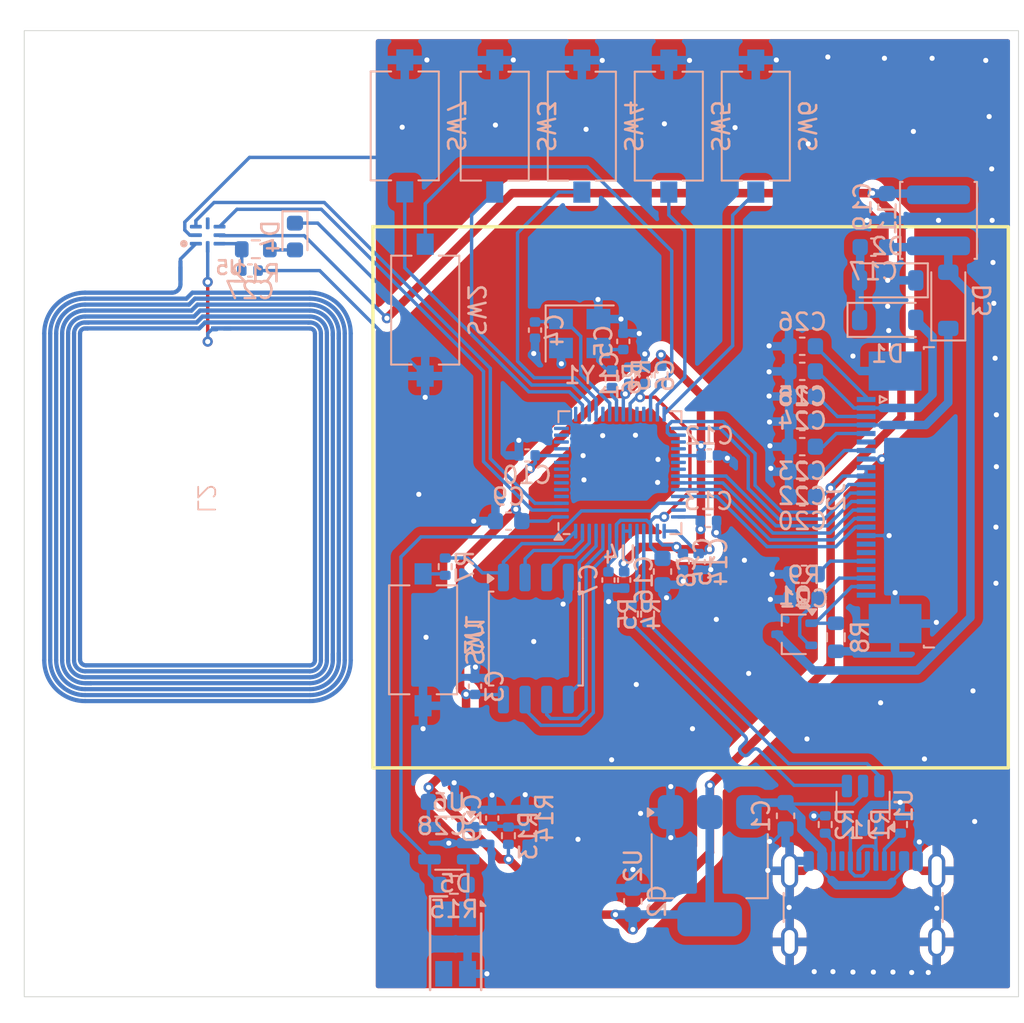
<source format=kicad_pcb>
(kicad_pcb (version 20241229) (generator "pcbnew") (generator_version "9.0")
  (layers (0 "F.Cu" signal) (2 "B.Cu" signal) (13 "F.Paste" user) (15 "B.Paste" user) (5 "F.SilkS" user "F.Silkscreen") (7 "B.SilkS" user "B.Silkscreen") (1 "F.Mask" user) (3 "B.Mask" user) (25 "Edge.Cuts" user))
  (net 0 "")
  (net 1 "Earth")
  (net 2 "VBUS")
  (net 3 "+3.3V")
  (net 4 "/RP_XIN")
  (net 5 "Net-(C5-Pad2)")
  (net 6 "+1V1")
  (net 7 "Net-(D1-K)")
  (net 8 "Net-(D3-A)")
  (net 9 "/DISP_PREVGH")
  (net 10 "Net-(J2-Pin_20)")
  (net 11 "Net-(J2-Pin_7)")
  (net 12 "Net-(J2-Pin_5)")
  (net 13 "Net-(J2-Pin_3)")
  (net 14 "/DISP_PREVGL")
  (net 15 "Net-(J2-Pin_1)")
  (net 16 "Net-(U5-VOUT)")
  (net 17 "Net-(U6-+)")
  (net 18 "Net-(D4-A)")
  (net 19 "Net-(D5-K)")
  (net 20 "Net-(J1-CC2)")
  (net 23 "Net-(J1-D+-PadA6)")
  (net 24 "Net-(J1-CC1)")
  (net 25 "Net-(J1-D--PadA7)")
  (net 27 "/DISP_GDR")
  (net 28 "/DISP_RESE")
  (net 29 "/DISP_BUSY")
  (net 32 "/DISP_DC")
  (net 33 "/SPI_CLK")
  (net 36 "/SPI_MOSI")
  (net 37 "/DISP_RST")
  (net 38 "/DISP_CS")
  (net 39 "/RP_RUN")
  (net 40 "Net-(U4-USB_DP)")
  (net 41 "/USB_D+")
  (net 42 "Net-(U4-USB_DM)")
  (net 43 "/USB_D-")
  (net 44 "/RP_XOUT")
  (net 45 "Net-(R7-Pad1)")
  (net 46 "/QSPI_SS")
  (net 47 "/GPIO28_ADC2_LDR")
  (net 48 "/GPIO14")
  (net 49 "/GPIO15")
  (net 50 "/GPIO16")
  (net 51 "/GPIO17")
  (net 52 "/GPIO13")
  (net 53 "/QSPI_SD3")
  (net 54 "/QSPI_SD0")
  (net 55 "/QSPI_SD1")
  (net 56 "/QSPI_SD2")
  (net 57 "/QSPI_SCLK")
  (net 58 "/GPIO12")
  (net 59 "/GPIO22")
  (net 60 "/GPIO4")
  (net 62 "/GPIO3")
  (net 63 "/GPIO8")
  (net 64 "/GPIO5")
  (net 65 "/I2C_SDA")
  (net 66 "/GPIO10")
  (net 67 "/GPIO11")
  (net 68 "/GPIO20")
  (net 69 "/GPIO9")
  (net 70 "/GPIO7")
  (net 71 "/GPIO2")
  (net 72 "/GPIO29_ADC3")
  (net 73 "/GPIO21")
  (net 74 "/GPIO6")
  (net 77 "/GPIO23")
  (net 78 "/I2C_SCL")
  (net 79 "Net-(U5-LA)")
  (net 81 "Net-(U5-LB)")
  (footprint "footprints:NT3H2111W0FHKH" (layer "B.Cu") (at 142.1 64.445)
    (property "Reference" "U5")
    (property "Value" "NT3H2111-2211")
  )
  (footprint "Button_Switch_SMD:SW_Tactile_SPST_NO_Straight_CK_PTS636Sx25SMTRLFS" (layer "B.Cu") (at 153.675 58.025 90)
    (property "Reference" "SW7")
    (property "Value" "LIGHTPROG")
  )
  (footprint "Capacitor_SMD:C_0603_1608Metric" (layer "B.Cu") (at 177.025 79.825)
    (property "Reference" "C20")
    (property "Value" "1uF")
  )
  (footprint "Diode_SMD:D_SOD-123" (layer "B.Cu") (at 185.6 68.275 90)
    (property "Reference" "D3")
    (property "Value" "MBR0530")
  )
  (footprint "Package_TO_SOT_SMD:SOT-23-5" (layer "B.Cu") (at 156.2625 100.175 180)
    (property "Reference" "U6")
    (property "Value" "LMV321")
  )
  (footprint "Capacitor_SMD:C_0603_1608Metric" (layer "B.Cu") (at 168.8125 84.2125 90)
    (property "Reference" "C8")
    (property "Value" "1uF")
  )
  (footprint "Capacitor_SMD:C_0402_1005Metric" (layer "B.Cu") (at 160.8575 77.3875)
    (property "Reference" "C10")
    (property "Value" "100nF")
  )
  (footprint "OptoDevice:Kingbright_KPS-3227" (layer "B.Cu") (at 156.6625 106.1 180)
    (property "Reference" "D5")
    (property "Value" "D_Photo")
  )
  (footprint "Button_Switch_SMD:SW_Tactile_SPST_NO_Straight_CK_PTS636Sx25SMTRLFS" (layer "B.Cu") (at 174.292694 58.038136 90)
    (property "Reference" "SW6")
    (property "Value" "User4")
  )
  (footprint "Capacitor_SMD:C_0402_1005Metric" (layer "B.Cu") (at 171.5625 77.3875 180)
    (property "Reference" "C12")
    (property "Value" "100nF")
  )
  (footprint "Capacitor_SMD:C_0402_1005Metric" (layer "B.Cu") (at 170.0125 83.6375 90)
    (property "Reference" "C15")
    (property "Value" "100nF")
  )
  (footprint "Capacitor_SMD:C_0603_1608Metric" (layer "B.Cu") (at 177.0207 75.39833 180)
    (property "Reference" "C18")
    (property "Value" "1uF")
  )
  (footprint "Capacitor_SMD:C_0603_1608Metric" (layer "B.Cu") (at 181.2 65.15)
    (property "Reference" "C17")
    (property "Value" "4.7uF")
  )
  (footprint "Crystal:Crystal_SMD_3225-4Pin_3.2x2.5mm" (layer "B.Cu") (at 163.95 70.225)
    (property "Reference" "Y1")
    (property "Value" "12MHz")
  )
  (footprint "Package_SO:SOIC-8_5.3x5.3mm_P1.27mm" (layer "B.Cu") (at 161.375 88.15 -90)
    (property "Reference" "U3")
    (property "Value" "W25Q32JVSS")
  )
  (footprint "Capacitor_SMD:C_0402_1005Metric" (layer "B.Cu") (at 158.8125 98.705 -90)
    (property "Reference" "C29")
    (property "Value" "100nF")
  )
  (footprint "Diode_SMD:D_SOD-123" (layer "B.Cu") (at 182.040549 67.099625 180)
    (property "Reference" "D2")
    (property "Value" "MBR0530")
  )
  (footprint "Resistor_SMD:R_0402_1005Metric" (layer "B.Cu") (at 165.85 72.875 90)
    (property "Reference" "R6")
    (property "Value" "1kR")
  )
  (footprint "Resistor_SMD:R_0603_1608Metric" (layer "B.Cu") (at 156.5625 102.625)
    (property "Reference" "R15")
    (property "Value" "220kR")
  )
  (footprint "Capacitor_SMD:C_0603_1608Metric" (layer "B.Cu") (at 159.775 81.25 180)
    (property "Reference" "C9")
    (property "Value" "1uF")
  )
  (footprint "Package_TO_SOT_SMD:SOT-323_SC-70" (layer "B.Cu") (at 176.55 87.9 180)
    (property "Reference" "Q1")
    (property "Value" "Si1308EDL")
  )
  (footprint "Resistor_SMD:R_0402_1005Metric" (layer "B.Cu") (at 168.734657 72.659396 -90)
    (property "Reference" "R3")
    (property "Value" "10kR")
  )
  (footprint "Capacitor_SMD:C_0603_1608Metric" (layer "B.Cu") (at 177.125 84.375)
    (property "Reference" "C21")
    (property "Value" "1uF")
  )
  (footprint "Package_TO_SOT_SMD:SOT-223-3_TabPin2" (layer "B.Cu") (at 171.5875 101.498511 -90)
    (property "Reference" "U2")
    (property "Value" "AMS1117-3.3")
  )
  (footprint "Capacitor_SMD:C_0603_1608Metric" (layer "B.Cu") (at 182 62.775 -90)
    (property "Reference" "C19")
    (property "Value" "4.7uF")
  )
  (footprint "Resistor_SMD:R_0402_1005Metric" (layer "B.Cu") (at 182.795 99.078511 -90)
    (property "Reference" "R1")
    (property "Value" "5.1kR")
  )
  (footprint "Capacitor_SMD:C_0603_1608Metric" (layer "B.Cu") (at 177.0207 73.92333)
    (property "Reference" "C24")
    (property "Value" "1uF")
  )
  (footprint "Connector_FFC-FPC:TE_2-1734839-4_1x24-1MP_P0.5mm_Horizontal" (layer "B.Cu") (at 182.125 79.85 -90)
    (property "Reference" "J2")
    (property "Value" "E-Ink")
  )
  (footprint "Capacitor_SMD:C_0402_1005Metric" (layer "B.Cu") (at 166.5625 84.7125 90)
    (property "Reference" "C16")
    (property "Value" "100nF")
  )
  (footprint "Resistor_SMD:R_0402_1005Metric" (layer "B.Cu") (at 166.9875 86.7125 90)
    (property "Reference" "R4")
    (property "Value" "27.4R")
  )
  (footprint "Resistor_SMD:R_0603_1608Metric" (layer "B.Cu") (at 144.925 65.275)
    (property "Reference" "R12")
    (property "Value" "47R")
  )
  (footprint "Inductor_SMD:L_APV_ANR4018" (layer "B.Cu") (at 185.025 63.575 -90)
    (property "Reference" "L1")
    (property "Value" "10uH")
  )
  (footprint "Capacitor_SMD:C_0402_1005Metric" (layer "B.Cu") (at 165.6375 84.7125 -90)
    (property "Reference" "C7")
    (property "Value" "100nF")
  )
  (footprint "Button_Switch_SMD:SW_Tactile_SPST_NO_Straight_CK_PTS636Sx25SMTRLFS" (layer "B.Cu") (at 158.959361 58.038136 90)
    (property "Reference" "SW3")
    (property "Value" "User1")
  )
  (footprint "Capacitor_SMD:C_0402_1005Metric" (layer "B.Cu") (at 144.58 66.525)
    (property "Reference" "C27")
    (property "Value" "220nF")
  )
  (footprint "Button_Switch_SMD:SW_Tactile_SPST_NO_Straight_CK_PTS636Sx25SMTRLFS" (layer "B.Cu") (at 164.076027 58.038136 90)
    (property "Reference" "SW4")
    (property "Value" "User2")
  )
  (footprint "Connector_USB:USB_C_Receptacle_GCT_USB4105-xx-A_16P_TopMnt_Horizontal" (layer "B.Cu") (at 180.6 104.903511 180)
    (property "Reference" "J1")
    (property "Value" "GCT4105")
  )
  (footprint "Resistor_SMD:R_0402_1005Metric" (layer "B.Cu") (at 159.7625 99.735 90)
    (property "Reference" "R13")
    (property "Value" "10kR")
  )
  (footprint "Capacitor_SMD:C_0402_1005Metric" (layer "B.Cu") (at 166.5125 70.6875 -90)
    (property "Reference" "C5")
    (property "Value" "12pF")
  )
  (footprint "Resistor_SMD:R_0402_1005Metric" (layer "B.Cu") (at 160.7125 98.685 90)
    (property "Reference" "R14")
    (property "Value" "10kR")
  )
  (footprint "Capacitor_SMD:C_0603_1608Metric" (layer "B.Cu") (at 177.0207 70.97333 180)
    (property "Reference" "C26")
    (property "Value" "1uF")
  )
  (footprint "Capacitor_SMD:C_0402_1005Metric" (layer "B.Cu") (at 166.859657 72.679396 -90)
    (property "Reference" "C11")
    (property "Value" "100nF")
  )
  (footprint "Capacitor_SMD:C_0402_1005Metric" (layer "B.Cu") (at 171.5125 81.2375 180)
    (property "Reference" "C13")
    (property "Value" "100nF")
  )
  (footprint "Resistor_SMD:R_0603_1608Metric" (layer "B.Cu") (at 177.125 85.85 180)
    (property "Reference" "R9")
    (property "Value" "2.2R")
  )
  (footprint "Resistor_SMD:R_0402_1005Metric" (layer "B.Cu") (at 167.9375 86.7125 -90)
    (property "Reference" "R5")
    (property "Value" "27.4R")
  )
  (footprint "Package_DFN_QFN:QFN-56-1EP_7x7mm_P0.4mm_EP3.2x3.2mm" (layer "B.Cu") (at 166.3125 78.4)
    (property "Reference" "U4")
    (property "Value" "RP2040")
  )
  (footprint "Capacitor_SMD:C_0603_1608Metric" (layer "B.Cu") (at 167.0675 103.593511 90)
    (property "Reference" "C2")
    (property "Value" "10uF")
  )
  (footprint "Capacitor_SMD:C_0603_1608Metric" (layer "B.Cu") (at 177.0207 76.87333)
    (property "Reference" "C23")
    (property "Value" "1uF")
  )
  (footprint "footprints:nfc-coil-2" (layer "B.Cu") (at 141.5 79.925 90)
    (property "Reference" "L2")
    (property "Value" "1.755uH")
  )
  (footprint "Resistor_SMD:R_0603_1608Metric" (layer "B.Cu") (at 179 88.075 90)
    (property "Reference" "R8")
    (property "Value" "1MR")
  )
  (footprint "Package_TO_SOT_SMD:SOT-23-6" (layer "B.Cu") (at 180.595 97.953511 90)
    (property "Reference" "U1")
    (property "Value" "USBLC6-2SC6")
  )
  (footprint "Capacitor_SMD:C_0603_1608Metric" (layer "B.Cu") (at 177.0207 72.44833)
    (property "Reference" "C25")
    (property "Value" "1uF")
  )
  (footprint "Capacitor_SMD:C_0603_1608Metric" (layer "B.Cu") (at 176.0425 98.568511 -90)
    (property "Reference" "C1")
    (property "Value" "10uF")
  )
  (footprint "Capacitor_SMD:C_0603_1608Metric" (layer "B.Cu") (at 177.0207 78.34833)
    (property "Reference" "C22")
    (property "Value" "1uF")
  )
  (footprint "Capacitor_SMD:C_0402_1005Metric" (layer "B.Cu") (at 157.8025 90.955 90)
    (property "Reference" "C3")
    (property "Value" "100nF")
  )
  (footprint "Capacitor_SMD:C_0402_1005Metric" (layer "B.Cu") (at 161.325 70.025 90)
    (property "Reference" "C4")
    (property "Value" "12pF")
  )
  (footprint "Button_Switch_SMD:SW_Tactile_SPST_NO_Straight_CK_PTS636Sx25SMTRLFS" (layer "B.Cu") (at 154.875 68.85 90)
    (property "Reference" "SW2")
    (property "Value" "RESET")
  )
  (footprint "LED_SMD:LED_0603_1608Metric" (layer "B.Cu") (at 147.225 64.525 -90)
    (property "Reference" "D4")
    (property "Value" "LED_Small")
  )
  (footprint "Capacitor_SMD:C_0402_1005Metric" (layer "B.Cu") (at 170.9375 83.6375 90)
    (property "Reference" "C14")
    (property "Value" "100nF")
  )
  (footprint "Resistor_SMD:R_0402_1005Metric" (layer "B.Cu") (at 156.05 83.925 90)
    (property "Reference" "R7")
    (property "Value" "1kR")
  )
  (footprint "Resistor_SMD:R_0402_1005Metric" (layer "B.Cu") (at 178.37 99.078511 90)
    (property "Reference" "R2")
    (property "Value" "5.1kR")
  )
  (footprint "Button_Switch_SMD:SW_Tactile_SPST_NO_Straight_CK_PTS636Sx25SMTRLFS" (layer "B.Cu") (at 154.75 88.225 90)
    (property "Reference" "SW1")
    (property "Value" "BOOTSEL")
  )
  (footprint "Diode_SMD:D_SOD-123" (layer "B.Cu") (at 182.040549 69.424625)
    (property "Reference" "D1")
    (property "Value" "MBR0530")
  )
  (footprint "Capacitor_SMD:C_0603_1608Metric" (layer "B.Cu") (at 155.8375 97.75)
    (property "Reference" "C28")
    (property "Value" "1uF")
  )
  (footprint "Button_Switch_SMD:SW_Tactile_SPST_NO_Straight_CK_PTS636Sx25SMTRLFS" (layer "B.Cu") (at 169.184361 58.038136 90)
    (property "Reference" "SW5")
    (property "Value" "User3")
  )
  (footprint "Capacitor_SMD:C_0402_1005Metric" (layer "B.Cu") (at 167.809657 72.679396 90)
    (property "Reference" "C6")
    (property "Value" "100nF")
  )
  (gr_rect (start 151.805 63.95) (end 189.125 95.75) (stroke (width 0.2)) (fill no) (layer "F.SilkS"))
  (gr_rect (start 131.325 52.425) (end 189.725 109.2) (stroke (width 0.05)) (fill no) (layer "Edge.Cuts"))
  (via (at 171.65 84.1) (size 0.6) (drill 0.3) (layers "F.Cu" "B.Cu") (net 1))
  (via (at 182.125 82.1) (size 0.6) (drill 0.3) (layers "F.Cu" "B.Cu") (net 1))
  (via (at 167.45 70.225) (size 0.6) (drill 0.3) (layers "F.Cu" "B.Cu") (net 1))
  (via (at 173.875 90.2) (size 0.6) (drill 0.3) (layers "F.Cu" "B.Cu") (net 1))
  (via (at 184.2 95.225) (size 0.6) (drill 0.3) (layers "F.Cu" "B.Cu") (net 1))
  (via (at 188.15 60.55) (size 0.6) (drill 0.3) (layers "F.Cu" "B.Cu") (net 1))
  (via (at 162.975 86.125) (size 0.6) (drill 0.3) (layers "F.Cu" "B.Cu") (net 1))
  (via (at 175.075 73.9) (size 0.6) (drill 0.3) (layers "F.Cu" "B.Cu") (net 1))
  (via (at 184.925 104) (size 0.6) (drill 0.3) (layers "F.Cu" "B.Cu") (net 1))
  (via (at 188.275 68.45) (size 0.6) (drill 0.3) (layers "F.Cu" "B.Cu") (net 1))
  (via (at 188.35 71.675) (size 0.6) (drill 0.3) (layers "F.Cu" "B.Cu") (net 1))
  (via (at 177.375 59.075) (size 0.6) (drill 0.3) (layers "F.Cu" "B.Cu") (net 1))
  (via (at 162.875 72) (size 0.6) (drill 0.3) (layers "F.Cu" "B.Cu") (net 1))
  (via (at 167.225 76.2) (size 0.6) (drill 0.3) (layers "F.Cu" "B.Cu") (net 1))
  (via (at 175 101.775) (size 0.6) (drill 0.3) (layers "F.Cu" "B.Cu") (net 1))
  (via (at 164.15 77.4) (size 0.6) (drill 0.3) (layers "F.Cu" "B.Cu") (net 1))
  (via (at 187.05 91.225) (size 0.6) (drill 0.3) (layers "F.Cu" "B.Cu") (net 1))
  (via (at 175.5 54.15) (size 0.6) (drill 0.3) (layers "F.Cu" "B.Cu") (net 1))
  (via (at 182.475 85.45) (size 0.6) (drill 0.3) (layers "F.Cu" "B.Cu") (net 1))
  (via (at 175.25 84.375) (size 0.6) (drill 0.3) (layers "F.Cu" "B.Cu") (net 1))
  (via (at 178.525 53.975) (size 0.6) (drill 0.3) (layers "F.Cu" "B.Cu") (net 1))
  (via (at 171.975 87.025) (size 0.6) (drill 0.3) (layers "F.Cu" "B.Cu") (net 1))
  (via (at 181.625 91.925) (size 0.6) (drill 0.3) (layers "F.Cu" "B.Cu") (net 1))
  (via (at 178.825 107.725) (size 0.6) (drill 0.3) (layers "F.Cu" "B.Cu") (net 1))
  (via (at 175.15 85.85) (size 0.6) (drill 0.3) (layers "F.Cu" "B.Cu") (net 1))
  (via (at 165.65 85.975) (size 0.6) (drill 0.3) (layers "F.Cu" "B.Cu") (net 1))
  (via (at 173.625 83.55) (size 0.6) (drill 0.3) (layers "F.Cu" "B.Cu") (net 1))
  (via (at 188.225 66.05) (size 0.6) (drill 0.3) (layers "F.Cu" "B.Cu") (net 1))
  (via (at 175.1 100.075) (size 0.6) (drill 0.3) (layers "F.Cu" "B.Cu") (net 1))
  (via (at 167.275 90.85) (size 0.6) (drill 0.3) (layers "F.Cu" "B.Cu") (net 1))
  (via (at 156.575 96.625) (size 0.6) (drill 0.3) (layers "F.Cu" "B.Cu") (net 1))
  (via (at 163.85 99.95) (size 0.6) (drill 0.3) (layers "F.Cu" "B.Cu") (net 1))
  (via (at 167.525 98.425) (size 0.6) (drill 0.3) (layers "F.Cu" "B.Cu") (net 1))
  (via (at 181.85 54.05) (size 0.6) (drill 0.3) (layers "F.Cu" "B.Cu") (net 1))
  (via (at 166.375 69.375) (size 0.6) (drill 0.3) (layers "F.Cu" "B.Cu") (net 1))
  (via (at 154.925 88.075) (size 0.6) (drill 0.3) (layers "F.Cu" "B.Cu") (net 1))
  (via (at 183.9 100.1) (size 0.6) (drill 0.3) (layers "F.Cu" "B.Cu") (net 1))
  (via (at 154.5 79.675) (size 0.6) (drill 0.3) (layers "F.Cu" "B.Cu") (net 1))
  (via (at 182.1 70.05) (size 0.6) (drill 0.3) (layers "F.Cu" "B.Cu") (net 1))
  (via (at 170.575 93.45) (size 0.6) (drill 0.3) (layers "F.Cu" "B.Cu") (net 1))
  (via (at 177.3 94.05) (size 0.6) (drill 0.3) (layers "F.Cu" "B.Cu") (net 1))
  (via (at 181.2 107.75) (size 0.6) (drill 0.3) (layers "F.Cu" "B.Cu") (net 1))
  (via (at 168.525 78.975) (size 0.6) (drill 0.3) (layers "F.Cu" "B.Cu") (net 1))
  (via (at 158.8 97.35) (size 0.6) (drill 0.3) (layers "F.Cu" "B.Cu") (net 1))
  (via (at 187.8 54.175) (size 0.6) (drill 0.3) (layers "F.Cu" "B.Cu") (net 1))
  (via (at 187.15 98.9) (size 0.6) (drill 0.3) (layers "F.Cu" "B.Cu") (net 1))
  (via (at 185.025 63.575) (size 0.6) (drill 0.3) (layers "F.Cu" "B.Cu") (net 1))
  (via (at 168.55 77.625) (size 0.6) (drill 0.3) (layers "F.Cu" "B.Cu") (net 1))
  (via (at 177.70428 98.574154) (size 0.6) (drill 0.3) (layers "F.Cu" "B.Cu") (net 1))
  (via (at 165.825 95.275) (size 0.6) (drill 0.3) (layers "F.Cu" "B.Cu") (net 1))
  (via (at 165.275 54.175) (size 0.6) (drill 0.3) (layers "F.Cu" "B.Cu") (net 1))
  (via (at 170.025 84.775) (size 0.6) (drill 0.3) (layers "F.Cu" "B.Cu") (net 1))
  (via (at 165.3 76.225) (size 0.6) (drill 0.3) (layers "F.Cu" "B.Cu") (net 1))
  (via (at 180 71.55) (size 0.6) (drill 0.3) (layers "F.Cu" "B.Cu") (net 1))
  (via (at 182.040549 68.625) (size 0.6) (drill 0.3) (layers "F.Cu" "B.Cu") (net 1))
  (via (at 157.725 81.25) (size 0.6) (drill 0.3) (layers "F.Cu" "B.Cu") (net 1))
  (via (at 175.075 70.95) (size 0.6) (drill 0.3) (layers "F.Cu" "B.Cu") (net 1))
  (via (at 183.55 58.35) (size 0.6) (drill 0.3) (layers "F.Cu" "B.Cu") (net 1))
  (via (at 175.125 76.825) (size 0.6) (drill 0.3) (layers "F.Cu" "B.Cu") (net 1))
  (via (at 157.825 89.825) (size 0.6) (drill 0.3) (layers "F.Cu" "B.Cu") (net 1))
  (via (at 170.4 54.175) (size 0.6) (drill 0.3) (layers "F.Cu" "B.Cu") (net 1))
  (via (at 177.725 107.725) (size 0.6) (drill 0.3) (layers "F.Cu" "B.Cu") (net 1))
  (via (at 160.05 54.15) (size 0.6) (drill 0.3) (layers "F.Cu" "B.Cu") (net 1))
  (via (at 182.040549 67.099625) (size 0.6) (drill 0.3) (layers "F.Cu" "B.Cu") (net 1))
  (via (at 188.4 81.6) (size 0.6) (drill 0.3) (layers "F.Cu" "B.Cu") (net 1))
  (via (at 167.775 71.425) (size 0.6) (drill 0.3) (layers "F.Cu" "B.Cu") (net 1))
  (via (at 154.875 73.975) (size 0.6) (drill 0.3) (layers "F.Cu" "B.Cu") (net 1))
  (via (at 153.525 58.1) (size 0.6) (drill 0.3) (layers "F.Cu" "B.Cu") (net 1))
  (via (at 175.175 78.15) (size 0.6) (drill 0.3) (layers "F.Cu" "B.Cu") (net 1))
  (via (at 188.425 75) (size 0.6) (drill 0.3) (layers "F.Cu" "B.Cu") (net 1))
  (via (at 160.375 76.5) (size 0.6) (drill 0.3) (layers "F.Cu" "B.Cu") (net 1))
  (via (at 188.4 84.9) (size 0.6) (drill 0.3) (layers "F.Cu" "B.Cu") (net 1))
  (via (at 169.3 96.85) (size 0.6) (drill 0.3) (layers "F.Cu" "B.Cu") (net 1))
  (via (at 154.975 54.15) (size 0.6) (drill 0.3) (layers "F.Cu" "B.Cu") (net 1))
  (via (at 180.825 63.575) (size 0.6) (drill 0.3) (layers "F.Cu" "B.Cu") (net 1))
  (via (at 184.425 107.775) (size 0.6) (drill 0.3) (layers "F.Cu" "B.Cu") (net 1))
  (via (at 184.9 87.2) (size 0.6) (drill 0.3) (layers "F.Cu" "B.Cu") (net 1))
  (via (at 173.075 58.125) (size 0.6) (drill 0.3) (layers "F.Cu" "B.Cu") (net 1))
  (via (at 172.625 77.55) (size 0.6) (drill 0.3) (layers "F.Cu" "B.Cu") (net 1))
  (via (at 182.775 97.775) (size 0.6) (drill 0.3) (layers "F.Cu" "B.Cu") (net 1))
  (via (at 180 107.75) (size 0.6) (drill 0.3) (layers "F.Cu" "B.Cu") (net 1))
  (via (at 188.425 78.05) (size 0.6) (drill 0.3) (layers "F.Cu" "B.Cu") (net 1))
  (via (at 164.325 58.225) (size 0.6) (drill 0.3) (layers "F.Cu" "B.Cu") (net 1))
  (via (at 159 57.975) (size 0.6) (drill 0.3) (layers "F.Cu" "B.Cu") (net 1))
  (via (at 175.1 75.425) (size 0.6) (drill 0.3) (layers "F.Cu" "B.Cu") (net 1))
  (via (at 171.975 81.925) (size 0.6) (drill 0.3) (layers "F.Cu" "B.Cu") (net 1))
  (via (at 160.75 97.325) (size 0.6) (drill 0.3) (layers "F.Cu" "B.Cu") (net 1))
  (via (at 161.25 71.4) (size 0.6) (drill 0.3) (layers "F.Cu" "B.Cu") (net 1))
  (via (at 158.5 107.85) (size 0.6) (drill 0.3) (layers "F.Cu" "B.Cu") (net 1))
  (via (at 176.25 103.95) (size 0.6) (drill 0.3) (layers "F.Cu" "B.Cu") (net 1))
  (via (at 188 57.475) (size 0.6) (drill 0.3) (layers "F.Cu" "B.Cu") (net 1))
  (via (at 188.175 63.575) (size 0.6) (drill 0.3) (layers "F.Cu" "B.Cu") (net 1))
  (via (at 165.025 68.225) (size 0.6) (drill 0.3) (layers "F.Cu" "B.Cu") (net 1))
  (via (at 167.075 101.725) (size 0.6) (drill 0.3) (layers "F.Cu" "B.Cu") (net 1))
  (via (at 184.65 54.05) (size 0.6) (drill 0.3) (layers "F.Cu" "B.Cu") (net 1))
  (via (at 156.2625 100.175) (size 0.6) (drill 0.3) (layers "F.Cu" "B.Cu") (net 1))
  (via (at 169.05 85.75) (size 0.6) (drill 0.3) (layers "F.Cu" "B.Cu") (net 1))
  (via (at 169.3 99.85) (size 0.6) (drill 0.3) (layers "F.Cu" "B.Cu") (net 1))
  (via (at 175.075 72.475) (size 0.6) (drill 0.3) (layers "F.Cu" "B.Cu") (net 1))
  (via (at 182.35 107.75) (size 0.6) (drill 0.3) (layers "F.Cu" "B.Cu") (net 1))
  (via (at 154.75 93.45) (size 0.6) (drill 0.3) (layers "F.Cu" "B.Cu") (net 1))
  (via (at 164.2 78.825) (size 0.6) (drill 0.3) (layers "F.Cu" "B.Cu") (net 1))
  (via (at 181.702846 77.622534) (size 0.6) (drill 0.3) (layers "F.Cu" "B.Cu") (net 1))
  (via (at 161.25 88.325) (size 0.6) (drill 0.3) (layers "F.Cu" "B.Cu") (net 1))
  (via (at 168.925 57.9) (size 0.6) (drill 0.3) (layers "F.Cu" "B.Cu") (net 1))
  (via (at 183.45 107.775) (size 0.6) (drill 0.3) (layers "F.Cu" "B.Cu") (net 1))
  (segment (start 171.6325 84.1175) (end 171.65 84.1) (width 0.5) (layer "B.Cu") (net 1))
  (segment (start 176.3 85.85) (end 175.15 85.85) (width 0.5) (layer "B.Cu") (net 1))
  (segment (start 163.28 84.5625) (end 163.28 85.82) (width 0.5) (layer "B.Cu") (net 1))
  (segment (start 147.225 63.7375) (end 148.5625 63.7375) (width 0.2) (layer "B.Cu") (net 1))
  (segment (start 180.775 82.1) (end 182.125 82.1) (width 0.2) (layer "B.Cu") (net 1))
  (segment (start 153.675 54.15) (end 154.975 54.15) (width 0.5) (layer "B.Cu") (net 1))
  (segment (start 162.85 71.075) (end 162.85 71.975) (width 0.5) (layer "B.Cu") (net 1))
  (segment (start 157.8025 89.8475) (end 157.825 89.825) (width 0.5) (layer "B.Cu") (net 1))
  (segment (start 171.9925 81.9075) (end 171.975 81.925) (width 0.5) (layer "B.Cu") (net 1))
  (segment (start 162.85 71.975) (end 162.875 72) (width 0.5) (layer "B.Cu") (net 1))
  (segment (start 170.388136 54.163136) (end 170.4 54.175) (width 0.5) (layer "B.Cu") (net 1))
  (segment (start 160.036864 54.163136) (end 160.05 54.15) (width 0.5) (layer "B.Cu") (net 1))
  (segment (start 148.5625 63.7375) (end 154.875 70.05) (width 0.2) (layer "B.Cu") (net 1))
  (segment (start 170.0125 84.7625) (end 170.025 84.775) (width 0.5) (layer "B.Cu") (net 1))
  (segment (start 172.4625 77.3875) (end 172.625 77.55) (width 0.5) (layer "B.Cu") (net 1))
  (segment (start 168.8125 85.5125) (end 169.05 85.75) (width 0.5) (layer "B.Cu") (net 1))
  (segment (start 158.959361 54.163136) (end 160.036864 54.163136) (width 0.5) (layer "B.Cu") (net 1))
  (segment (start 175.311011 100.075) (end 176.0425 99.343511) (width 0.2) (layer "B.Cu") (net 1))
  (segment (start 177.709923 98.568511) (end 177.70428 98.574154) (width 0.2) (layer "B.Cu") (net 1))
  (segment (start 153.2 59.875) (end 153.675 59.4) (width 0.2) (layer "B.Cu") (net 1))
  (segment (start 165.263136 54.163136) (end 165.275 54.175) (width 0.5) (layer "B.Cu") (net 1))
  (segment (start 180.775 77.6) (end 181.680312 77.6) (width 0.2) (layer "B.Cu") (net 1))
  (segment (start 141.05247 64.445) (end 140.754 64.14653) (width 0.2) (layer "B.Cu") (net 1))
  (segment (start 166.5625 85.1925) (end 165.6375 85.1925) (width 0.5) (layer "B.Cu") (net 1))
  (segment (start 148.675 66.525) (end 154.875 72.725) (width 0.2) (layer "B.Cu") (net 1))
  (segment (start 154.875 70.05) (end 154.875 72.725) (width 0.2) (layer "B.Cu") (net 1))
  (segment (start 180.595 98.428512) (end 181.094001 97.929511) (width 0.5) (layer "B.Cu") (net 1))
  (segment (start 163.28 85.82) (end 162.975 86.125) (width 0.5) (layer "B.Cu") (net 1))
  (segment (start 174.292694 54.163136) (end 175.486864 54.163136) (width 0.5) (layer "B.Cu") (net 1))
  (segment (start 169.184361 54.163136) (end 170.388136 54.163136) (width 0.5) (layer "B.Cu") (net 1))
  (segment (start 140.754 63.67637) (end 144.55537 59.875) (width 0.2) (layer "B.Cu") (net 1))
  (segment (start 154.75 92.1) (end 154.75 93.45) (width 0.5) (layer "B.Cu") (net 1))
  (segment (start 181.094001 97.929511) (end 182.620489 97.929511) (width 0.5) (layer "B.Cu") (net 1))
  (segment (start 180.595 99.091011) (end 180.595 98.428512) (width 0.5) (layer "B.Cu") (net 1))
  (segment (start 170.9375 84.1175) (end 171.6325 84.1175) (width 0.5) (layer "B.Cu") (net 1))
  (segment (start 168.8125 84.9875) (end 168.8125 85.5125) (width 0.5) (layer "B.Cu") (net 1))
  (segment (start 164.076027 54.163136) (end 165.263136 54.163136) (width 0.5) (layer "B.Cu") (net 1))
  (segment (start 176.35 84.375) (end 175.25 84.375) (width 0.5) (layer "B.Cu") (net 1))
  (segment (start 141.405 64.445) (end 141.05247 64.445) (width 0.2) (layer "B.Cu") (net 1))
  (segment (start 178.37 98.568511) (end 177.709923 98.568511) (width 0.2) (layer "B.Cu") (net 1))
  (segment (start 165.6375 85.1925) (end 165.6375 85.9625) (width 0.5) (layer "B.Cu") (net 1))
  (segment (start 159 81.25) (end 157.725 81.25) (width 0.5) (layer "B.Cu") (net 1))
  (segment (start 172.0425 77.3875) (end 172.4625 77.3875) (width 0.5) (layer "B.Cu") (net 1))
  (segment (start 144.55537 59.875) (end 153.2 59.875) (width 0.2) (layer "B.Cu") (net 1))
  (segment (start 181.680312 77.6) (end 181.702846 77.622534) (width 0.2) (layer "B.Cu") (net 1))
  (segment (start 160.3775 76.5025) (end 160.375 76.5) (width 0.5) (layer "B.Cu") (net 1))
  (segment (start 182.620489 97.929511) (end 182.775 97.775) (width 0.5) (layer "B.Cu") (net 1))
  (segment (start 175.1 100.075) (end 175.311011 100.075) (width 0.2) (layer "B.Cu") (net 1))
  (segment (start 175.486864 54.163136) (end 175.5 54.15) (width 0.5) (layer "B.Cu") (net 1))
  (segment (start 171.9925 81.2375) (end 171.9925 81.9075) (width 0.5) (layer "B.Cu") (net 1))
  (segment (start 157.8025 90.475) (end 157.8025 89.8475) (width 0.5) (layer "B.Cu") (net 1))
  (segment (start 153.675 59.4) (end 153.675 54.15) (width 0.2) (layer "B.Cu") (net 1))
  (segment (start 170.0125 84.1175) (end 170.0125 84.7625) (width 0.5) (layer "B.Cu") (net 1))
  (segment (start 165.6375 85.9625) (end 165.65 85.975) (width 0.5) (layer "B.Cu") (net 1))
  (segment (start 140.754 64.14653) (end 140.754 63.67637) (width 0.2) (layer "B.Cu") (net 1))
  (segment (start 160.3775 77.3875) (end 160.3775 76.5025) (width 0.5) (layer "B.Cu") (net 1))
  (segment (start 145.06 66.525) (end 148.675 66.525) (width 0.2) (layer "B.Cu") (net 1))
  (segment (start 183 101.223511) (end 183 101.725) (width 0.2) (layer "B.Cu") (net 2))
  (segment (start 180.025 97.875) (end 176.123989 97.875) (width 0.2) (layer "B.Cu") (net 2))
  (segment (start 178.75 102.35) (end 179.050511 102.650511) (width 0.5) (layer "B.Cu") (net 2))
  (segment (start 180.595 96.816011) (end 180.595 97.305) (width 0.2) (layer "B.Cu") (net 2))
  (segment (start 176.9685 98.719511) (end 176.0425 97.793511) (width 0.5) (layer "B.Cu") (net 2))
  (segment (start 182.099489 102.650511) (end 182.3 102.45) (width 0.5) (layer "B.Cu") (net 2))
  (segment (start 183 101.725) (end 182.375 102.35) (width 0.2) (layer "B.Cu") (net 2))
  (segment (start 176.123989 97.875) (end 176.0425 97.793511) (width 0.2) (layer "B.Cu") (net 2))
  (segment (start 178.2 101.8) (end 178.75 102.35) (width 0.2) (layer "B.Cu") (net 2))
  (segment (start 174.4425 97.793511) (end 176.0425 97.793511) (width 0.5) (layer "B.Cu") (net 2))
  (segment (start 179.050511 102.650511) (end 182.099489 102.650511) (width 0.5) (layer "B.Cu") (net 2))
  (segment (start 173.8875 98.348511) (end 174.4425 97.793511) (width 0.5) (layer "B.Cu") (net 2))
  (segment (start 178.2 100.594411) (end 176.9685 99.362911) (width 0.5) (layer "B.Cu") (net 2))
  (segment (start 178.2 101.223511) (end 178.2 101.8) (width 0.2) (layer "B.Cu") (net 2))
  (segment (start 178.2 101.223511) (end 178.2 100.594411) (width 0.5) (layer "B.Cu") (net 2))
  (segment (start 176.9685 99.362911) (end 176.9685 98.719511) (width 0.5) (layer "B.Cu") (net 2))
  (segment (start 180.595 97.305) (end 180.025 97.875) (width 0.2) (layer "B.Cu") (net 2))
  (segment (start 168.725 71.67647) (end 166.625735 73.775735) (width 0.5) (layer "F.Cu") (net 3))
  (segment (start 171.6 100.725) (end 167.075 105.25) (width 0.5) (layer "F.Cu") (net 3))
  (segment (start 167.507114 82.766416) (end 166.530515 83.743015) (width 0.5) (layer "F.Cu") (net 3))
  (segment (start 167.075 105.25) (end 166.925 105.25) (width 0.5) (layer "F.Cu") (net 3))
  (segment (start 171.075 81.7) (end 171.05 81.725) (width 0.5) (layer "F.Cu") (net 3))
  (segment (start 156.925 91.075) (end 156.925 83.825) (width 0.5) (layer "F.Cu") (net 3))
  (segment (start 156.925 83.825) (end 160.2 80.55) (width 0.5) (layer "F.Cu") (net 3))
  (segment (start 157.275 91.425) (end 156.925 91.075) (width 0.5) (layer "F.Cu") (net 3))
  (segment (start 178.687735 79.312735) (end 178.687735 89.687265) (width 0.5) (layer "F.Cu") (net 3))
  (segment (start 171.075 73.825) (end 171.075 76.825) (width 0.5) (layer "F.Cu") (net 3))
  (segment (start 169.636322 82.766416) (end 167.507114 82.766416) (width 0.5) (layer "F.Cu") (net 3))
  (segment (start 159.975 61.975) (end 181.15 61.975) (width 0.5) (layer "F.Cu") (net 3))
  (segment (start 178.687735 89.687265) (end 171.6 96.775) (width 0.5) (layer "F.Cu") (net 3))
  (segment (start 163.025 104.375) (end 159.775 101.125) (width 0.5) (layer "F.Cu") (net 3))
  (segment (start 160.2 78.975) (end 161.025 78.15) (width 0.5) (layer "F.Cu") (net 3))
  (segment (start 155.075 96.9) (end 157.275 94.7) (width 0.5) (layer "F.Cu") (net 3))
  (segment (start 166.05 104.375) (end 163.025 104.375) (width 0.5) (layer "F.Cu") (net 3))
  (segment (start 168.725 71.475) (end 171.075 73.825) (width 0.5) (layer "F.Cu") (net 3))
  (segment (start 182.851 63.676) (end 182.851 75.14947) (width 0.5) (layer "F.Cu") (net 3))
  (segment (start 171.6 96.775) (end 171.6 100.725) (width 0.5) (layer "F.Cu") (net 3))
  (segment (start 160.2 80.55) (end 160.2 78.975) (width 0.5) (layer "F.Cu") (net 3))
  (segment (start 165.399265 73.775735) (end 166.625735 73.775735) (width 0.5) (layer "F.Cu") (net 3))
  (segment (start 166.925 105.25) (end 166.05 104.375) (width 0.5) (layer "F.Cu") (net 3))
  (segment (start 181.15 61.975) (end 182.851 63.676) (width 0.5) (layer "F.Cu") (net 3))
  (segment (start 159.775 101.125) (end 159.3 101.125) (width 0.5) (layer "F.Cu") (net 3))
  (segment (start 182.851 75.14947) (end 178.687735 79.312735) (width 0.5) (layer "F.Cu") (net 3))
  (segment (start 171.575 82.9) (end 171.05 82.375) (width 0.5) (layer "F.Cu") (net 3))
  (segment (start 168.725 71.475) (end 168.725 71.67647) (width 0.5) (layer "F.Cu") (net 3))
  (segment (start 171.05 82.375) (end 171.05 81.725) (width 0.5) (layer "F.Cu") (net 3))
  (segment (start 157.275 94.7) (end 157.275 91.425) (width 0.5) (layer "F.Cu") (net 3))
  (segment (start 171.075 76.825) (end 171.075 81.7) (width 0.5) (layer "F.Cu") (net 3))
  (segment (start 159.3 101.125) (end 155.075 96.9) (width 0.5) (layer "F.Cu") (net 3))
  (segment (start 169.769906 82.9) (end 169.636322 82.766416) (width 0.5) (layer "F.Cu") (net 3))
  (segment (start 171.575 82.9) (end 169.769906 82.9) (width 0.5) (layer "F.Cu") (net 3))
  (segment (start 152.625 69.325) (end 159.975 61.975) (width 0.5) (layer "F.Cu") (net 3))
  (segment (start 161.025 78.15) (end 165.399265 73.775735) (width 0.5) (layer "F.Cu") (net 3))
  (via (at 168.725 71.475) (size 0.6) (drill 0.3) (layers "F.Cu" "B.Cu") (net 3))
  (via (at 171.6 96.775) (size 0.6) (drill 0.3) (layers "F.Cu" "B.Cu") (net 3))
  (via (at 166.625735 73.775735) (size 0.6) (drill 0.3) (layers "F.Cu" "B.Cu") (net 3))
  (via (at 155.075 96.9) (size 0.6) (drill 0.3) (layers "F.Cu" "B.Cu") (net 3))
  (via (at 169.636322 82.766416) (size 0.6) (drill 0.3) (layers "F.Cu" "B.Cu") (net 3))
  (via (at 159.775 101.125) (size 0.6) (drill 0.3) (layers "F.Cu" "B.Cu") (net 3))
  (via (at 166.05 104.375) (size 0.6) (drill 0.3) (layers "F.Cu" "B.Cu") (net 3))
  (via (at 171.05 81.725) (size 0.6) (drill 0.3) (layers "F.Cu" "B.Cu") (net 3))
  (via (at 171.075 76.825) (size 0.6) (drill 0.3) (layers "F.Cu" "B.Cu") (net 3))
  (via (at 171.575 82.9) (size 0.6) (drill 0.3) (layers "F.Cu" "B.Cu") (net 3))
  (via (at 152.625 69.325) (size 0.6) (drill 0.3) (layers "F.Cu" "B.Cu") (net 3))
  (via (at 166.530515 83.743015) (size 0.6) (drill 0.3) (layers "F.Cu" "B.Cu") (net 3))
  (via (at 160.2 80.55) (size 0.6) (drill 0.3) (layers "F.Cu" "B.Cu") (net 3))
  (via (at 157.275 91.425) (size 0.6) (drill 0.3) (layers "F.Cu" "B.Cu") (net 3))
  (via (at 178.687735 79.312735) (size 0.6) (drill 0.3) (layers "F.Cu" "B.Cu") (net 3))
  (via (at 181.15 61.975) (size 0.6) (drill 0.3) (layers "F.Cu" "B.Cu") (net 3))
  (via (at 167.075 105.25) (size 0.6) (drill 0.3) (layers "F.Cu" "B.Cu") (net 3))
  (via (at 161.025 78.15) (size 0.6) (drill 0.3) (layers "F.Cu" "B.Cu") (net 3))
  (segment (start 181.175 62) (end 181.15 61.975) (width 0.5) (layer "B.Cu") (net 3))
  (segment (start 184.95 62) (end 185.025 62.075) (width 0.5) (layer "B.Cu") (net 3))
  (segment (start 159.7625 100.245) (end 159.7625 101.1125) (width 0.2) (layer "B.Cu") (net 3))
  (segment (start 155.0625 97.75) (end 155.0625 96.9125) (width 0.2) (layer "B.Cu") (net 3))
  (segment (start 155.0625 96.9125) (end 155.075 96.9) (width 0.2) (layer "B.Cu") (net 3))
  (segment (start 166.5625 84.2325) (end 166.5625 83.775) (width 0.2) (layer "B.Cu") (net 3))
  (segment (start 155.0625 99.1625) (end 155.125 99.225) (width 0.2) (layer "B.Cu") (net 3))
  (segment (start 171.07 77.4) (end 169.75 77.4) (width 0.2) (layer "B.Cu") (net 3))
  (segment (start 171.3175 83.1575) (end 171.575 82.9) (width 0.2) (layer "B.Cu") (net 3))
  (segment (start 167.0675 104.368511) (end 167.0675 105.2425) (width 0.5) (layer "B.Cu") (net 3))
  (segment (start 155.0625 97.75) (end 155.0625 99.1625) (width 0.2) (layer "B.Cu") (net 3))
  (segment (start 160.55 80.9) (end 160.2 80.55) (width 0.2) (layer "B.Cu") (net 3))
  (segment (start 161.3375 77.3875) (end 161.3375 77.8375) (width 0.2) (layer "B.Cu") (net 3))
  (segment (start 159.47 91.695) (end 159.47 91.7375) (width 0.2) (layer "B.Cu") (net 3))
  (segment (start 169.6175 81.8375) (end 168.9125 81.8375) (width 0.2) (layer "B.Cu") (net 3))
  (segment (start 162.35 81) (end 162.875 81) (width 0.2) (layer "B.Cu") (net 3))
  (segment (start 160.55 81.25) (end 162.1 81.25) (width 0.2) (layer "B.Cu") (net 3))
  (segment (start 167.0675 104.368511) (end 171.3075 104.368511) (width 0.5) (layer "B.Cu") (net 3))
  (segment (start 171.0325 81.7075) (end 171.05 81.725) (width 0.2) (layer "B.Cu") (net 3))
  (segment (start 171.3075 104.368511) (end 171.5875 104.648511) (width 0.5) (layer "B.Cu") (net 3))
  (segment (start 159.225 91.45) (end 159.47 91.695) (width 0.2) (layer "B.Cu") (net 3))
  (segment (start 168.734657 71.484657) (end 168.725 71.475) (width 0.2) (layer "B.Cu") (net 3))
  (segment (start 157.8175 91.45) (end 159.225 91.45) (width 0.2) (layer "B.Cu") (net 3))
  (segment (start 171.5875 98.348511) (end 171.5875 96.7875) (width 0.5) (layer "B.Cu") (net 3))
  (segment (start 157.8025 91.435) (end 157.8175 91.45) (width 0.2) (layer "B.Cu") (net 3))
  (segment (start 168.5125 82.3375) (end 168.5125 81.8375) (width 0.2) (layer "B.Cu") (net 3))
  (segment (start 159.7625 101.1125) (end 159.775 101.125) (width 0.2) (layer "B.Cu") (net 3))
  (segment (start 170.0125 83.1575) (end 170.0125 83.142594) (width 0.2) (layer "B.Cu") (net 3))
  (segment (start 171.0325 81.2375) (end 170.795 81) (width 0.2) (layer "B.Cu") (net 3))
  (segment (start 171.5875 96.7875) (end 171.6 96.775) (width 0.5) (layer "B.Cu") (net 3))
  (segment (start 171.0825 77.3875) (end 171.07 77.4) (width 0.2) (layer "B.Cu") (net 3))
  (segment (start 171.0825 76.8325) (end 171.075 76.825) (width 0.2) (layer "B.Cu") (net 3))
  (segment (start 171.0825 77.3875) (end 171.0825 76.8325) (width 0.2) (layer "B.Cu") (net 3))
  (segment (start 166.056489 104.368511) (end 166.05 104.375) (width 0.5) (layer "B.Cu") (net 3))
  (segment (start 166.5125 74.9625) (end 166.5125 73.88897) (width 0.2) (layer "B.Cu") (net 3))
  (segment (start 142.795 64.445) (end 142.826 64.476) (width 0.2) (layer "B.Cu") (net 3))
  (segment (start 178.179507 79.820493) (end 179.4 78.6) (width 0.2) (layer "B.Cu") (net 3))
  (segment (start 168.825 82.65) (end 168.5125 82.3375) (width 0.2) (layer "B.Cu") (net 3))
  (segment (start 162.1 81.25) (end 162.35 81) (width 0.2) (layer "B.Cu") (net 3))
  (segment (start 167.0675 105.2425) (end 167.075 105.25) (width 0.5) (layer "B.Cu") (net 3))
  (segment (start 161.3375 77.8375) (end 161.025 78.15) (width 0.2) (layer "B.Cu") (net 3))
  (segment (start 170.0125 83.142594) (end 169.636322 82.766416) (width 0.2) (layer "B.Cu") (net 3))
  (segment (start 162.875 77.4) (end 161.35 77.4) (width 0.2) (layer "B.Cu") (net 3))
  (segment (start 157.8025 91.435) (end 157.285 91.435) (width 0.2) (layer "B.Cu") (net 3))
  (segment (start 170.9375 83.1575) (end 169.6175 81.8375) (width 0.2) (layer "B.Cu") (net 3))
  (segment (start 178.17547 79.825) (end 178.687735 79.312735) (width 0.2) (layer "B.Cu") (net 3))
  (segment (start 182 62) (end 181.175 62) (width 0.5) (layer "B.Cu") (net 3))
  (segment (start 168.734657 72.149396) (end 168.734657 71.484657) (width 0.2) (layer "B.Cu") (net 3))
  (segment (start 177.8 79.825) (end 178.17547 79.825) (width 0.2) (layer "B.Cu") (net 3))
  (segment (start 166.5625 83.775) (end 166.530515 83.743015) (width 0.2) (layer "B.Cu") (net 3))
  (segment (start 170.795 81) (end 169.75 81) (width 0.2) (layer "B.Cu") (net 3))
  (segment (start 166.9125 81.8375) (end 166.5125 81.8375) (width 0.2) (layer "B.Cu") (net 3))
  (segment (start 171.0325 81.2375) (end 171.0325 81.7075) (width 0.2) (layer "B.Cu") (net 3))
  (segment (start 160.55 81.25) (end 160.55 80.9) (width 0.2) (layer "B.Cu") (net 3))
  (segment (start 179.4 78.6) (end 180.775 78.6) (width 0.2) (layer "B.Cu") (net 3))
  (segment (start 166.625735 73.775735) (end 166.625735 73.393318) (width 0.2) (layer "B.Cu") (net 3))
  (segment (start 166.5125 73.88897) (end 166.625735 73.775735) (width 0.2) (layer "B.Cu") (net 3))
  (segment (start 177.804507 79.820493) (end 178.179507 79.820493) (width 0.2) (layer "B.Cu") (net 3))
  (segment (start 161.35 77.4) (end 161.3375 77.3875) (width 0.2) (layer "B.Cu") (net 3))
  (segment (start 147.776 64.476) (end 152.625 69.325) (width 0.2) (layer "B.Cu") (net 3))
  (segment (start 157.285 91.435) (end 157.275 91.425) (width 0.2) (layer "B.Cu") (net 3))
  (segment (start 170.0125 83.1575) (end 169.505 82.65) (width 0.2) (layer "B.Cu") (net 3))
  (segment (start 166.5125 84.1825) (end 166.5125 81.8375) (width 0.2) (layer "B.Cu") (net 3))
  (segment (start 171.5875 104.648511) (end 171.5875 98.348511) (width 0.5) (layer "B.Cu") (net 3))
  (segment (start 167.0675 104.368511) (end 166.056489 104.368511) (width 0.5) (layer "B.Cu") (net 3))
  (segment (start 166.5625 84.2325) (end 166.5125 84.1825) (width 0.2) (layer "B.Cu") (net 3))
  (segment (start 166.625735 73.393318) (end 166.859657 73.159396) (width 0.2) (layer "B.Cu") (net 3))
  (segment (start 142.826 64.476) (end 147.776 64.476) (width 0.2) (layer "B.Cu") (net 3))
  (segment (start 182 62) (end 184.95 62) (width 0.5) (layer "B.Cu") (net 3))
  (segment (start 177.8 79.825) (end 177.804507 79.820493) (width 0.2) (layer "B.Cu") (net 3))
  (segment (start 169.505 82.65) (end 168.825 82.65) (width 0.2) (layer "B.Cu") (net 3))
  (segment (start 170.9375 83.1575) (end 171.3175 83.1575) (width 0.2) (layer "B.Cu") (net 3))
  (segment (start 180.775 78.1) (end 180.775 78.6) (width 0.2) (layer "B.Cu") (net 3))
  (segment (start 162.85 69.475) (end 162.85 69.375) (width 0.2) (layer "B.Cu") (net 4))
  (segment (start 165.7125 74.3125) (end 165.7125 74.9625) (width 0.2) (layer "B.Cu") (net 4))
  (segment (start 161.325 69.545) (end 161.345 69.525) (width 0.2) (layer "B.Cu") (net 4))
  (segment (start 163.0625 69.4375) (end 164.0115 70.3865) (width 0.2) (layer "B.Cu") (net 4))
  (segment (start 162.8 69.525) (end 162.85 69.475) (width 0.2) (layer "B.Cu") (net 4))
  (segment (start 161.345 69.525) (end 162.8 69.525) (width 0.2) (layer "B.Cu") (net 4))
  (segment (start 164.0115 70.3865) (end 164.0115 72.6115) (width 0.2) (layer "B.Cu") (net 4))
  (segment (start 162.9125 69.4375) (end 163.0625 69.4375) (width 0.2) (layer "B.Cu") (net 4))
  (segment (start 162.85 69.375) (end 162.9125 69.4375) (width 0.2) (layer "B.Cu") (net 4))
  (segment (start 164.0115 72.6115) (end 165.7125 74.3125) (width 0.2) (layer "B.Cu") (net 4))
  (segment (start 165.05 71.135) (end 165.05 71.075) (width 0.2) (layer "B.Cu") (net 5))
  (segment (start 165.0125 71.8375) (end 165.525 72.35) (width 0.2) (layer "B.Cu") (net 5))
  (segment (start 165.0125 71.1125) (end 165.0125 71.8375) (width 0.2) (layer "B.Cu") (net 5))
  (segment (start 165.564671 72.365) (end 165.85 72.365) (width 0.2) (layer "B.Cu") (net 5))
  (segment (start 165.05 71.075) (end 165.0125 71.1125) (width 0.2) (layer "B.Cu") (net 5))
  (segment (start 165.525 72.35) (end 165.549671 72.35) (width 0.2) (layer "B.Cu") (net 5))
  (segment (start 165.0825 71.1675) (end 165.05 71.135) (width 0.2) (layer "B.Cu") (net 5))
  (segment (start 166.5125 71.1675) (end 165.0825 71.1675) (width 0.2) (layer "B.Cu") (net 5))
  (segment (start 165.549671 72.35) (end 165.564671 72.365) (width 0.2) (layer "B.Cu") (net 5))
  (segment (start 170.425 79.4875) (end 168.9125 81) (width 0.2) (layer "F.Cu") (net 6))
  (segment (start 170.425 76) (end 170.425 79.4875) (width 0.2) (layer "F.Cu") (net 6))
  (segment (start 168.393566 73.968566) (end 170.425 76) (width 0.2) (layer "F.Cu") (net 6))
  (segment (start 167.493566 73.968566) (end 168.393566 73.968566) (width 0.2) (layer "F.Cu") (net 6))
  (via (at 167.493566 73.968566) (size 0.6) (drill 0.3) (layers "F.Cu" "B.Cu") (net 6))
  (via (at 168.9125 81) (size 0.6) (drill 0.3) (layers "F.Cu" "B.Cu") (net 6))
  (segment (start 166.9125 74.3375) (end 167.809657 73.440343) (width 0.2) (layer "B.Cu") (net 6))
  (segment (start 166.35 81.2) (end 166.1125 81.4375) (width 0.2) (layer "B.Cu") (net 6))
  (segment (start 168.8125 83.4375) (end 168.1125 82.7375) (width 0.2) (layer "B.Cu") (net 6))
  (segment (start 168.3671 81) (end 168.9125 81) (width 0.2) (layer "B.Cu") (net 6))
  (segment (start 167.875 81.2) (end 166.35 81.2) (width 0.2) (layer "B.Cu") (net 6))
  (segment (start 168.1125 82.7375) (end 168.1125 81.8375) (width 0.2) (layer "B.Cu") (net 6))
  (segment (start 167.809657 73.159396) (end 167.493566 73.475487) (width 0.2) (layer "B.Cu") (net 6))
  (segment (start 165.6375 83.7875) (end 166.1125 83.3125) (width 0.2) (layer "B.Cu") (net 6))
  (segment (start 166.1125 83.3125) (end 166.1125 81.8375) (width 0.2) (layer "B.Cu") (net 6))
  (segment (start 168.1125 81.4375) (end 167.875 81.2) (width 0.2) (layer "B.Cu") (net 6))
  (segment (start 167.493566 73.475487) (end 167.493566 73.968566) (width 0.2) (layer "B.Cu") (net 6))
  (segment (start 168.1125 81.2546) (end 168.3671 81) (width 0.2) (layer "B.Cu") (net 6))
  (segment (start 168.1125 81.8375) (end 168.1125 81.4375) (width 0.2) (layer "B.Cu") (net 6))
  (segment (start 166.1125 81.4375) (end 166.1125 81.8375) (width 0.2) (layer "B.Cu") (net 6))
  (segment (start 167.809657 73.440343) (end 167.809657 73.159396) (width 0.2) (layer "B.Cu") (net 6))
  (segment (start 166.9125 74.9625) (end 166.9125 74.3375) (width 0.2) (layer "B.Cu") (net 6))
  (segment (start 165.6375 84.2325) (end 165.6375 83.7875) (width 0.2) (layer "B.Cu") (net 6))
  (segment (start 168.1125 81.8375) (end 168.1125 81.2546) (width 0.2) (layer "B.Cu") (net 6))
  (segment (start 180.390549 69.424625) (end 180.390549 67.099625) (width 0.5) (layer "B.Cu") (net 7))
  (segment (start 180.425 67.065174) (end 180.390549 67.099625) (width 0.5) (layer "B.Cu") (net 7))
  (segment (start 180.425 65.15) (end 180.425 67.065174) (width 0.5) (layer "B.Cu") (net 7))
  (segment (start 175.55 87.9) (end 177.675 90.025) (width 0.5) (layer "B.Cu") (net 8))
  (segment (start 181.975 65.15) (end 184.95 65.15) (width 0.5) (layer "B.Cu") (net 8))
  (segment (start 186.9 86.9) (end 186.9 67.925) (width 0.5) (layer "B.Cu") (net 8))
  (segment (start 185.375 65.075) (end 185.025 65.075) (width 0.5) (layer "B.Cu") (net 8))
  (segment (start 186.9 67.925) (end 185.6 66.625) (width 0.5) (layer "B.Cu") (net 8))
  (segment (start 183.775 90.025) (end 186.9 86.9) (width 0.5) (layer "B.Cu") (net 8))
  (segment (start 185.6 65.3) (end 185.375 65.075) (width 0.5) (layer "B.Cu") (net 8))
  (segment (start 184.95 65.15) (end 185.025 65.075) (width 0.5) (layer "B.Cu") (net 8))
  (segment (start 177.675 90.025) (end 183.775 90.025) (width 0.5) (layer "B.Cu") (net 8))
  (segment (start 185.6 66.625) (end 185.6 65.3) (width 0.5) (layer "B.Cu") (net 8))
  (segment (start 178.15 75.6) (end 180.775 75.6) (width 0.2) (layer "B.Cu") (net 9))
  (segment (start 177.945493 75.395493) (end 178.15 75.6) (width 0.2) (layer "B.Cu") (net 9))
  (segment (start 185.6 74.275) (end 184.275 75.6) (width 0.5) (layer "B.Cu") (net 9))
  (segment (start 177.798537 75.395493) (end 177.945493 75.395493) (width 0.2) (layer "B.Cu") (net 9))
  (segment (start 184.275 75.6) (end 181.726 75.6) (width 0.5) (layer "B.Cu") (net 9))
  (segment (start 185.6 69.925) (end 185.6 74.275) (width 0.5) (layer "B.Cu") (net 9))
  (segment (start 177.7957 75.39833) (end 177.798537 75.395493) (width 0.2) (layer "B.Cu") (net 9))
  (segment (start 180.775 75.6) (end 181.55 75.6) (width 0.2) (layer "B.Cu") (net 9))
  (segment (start 178.675 83.6) (end 180.775 83.6) (width 0.2) (layer "B.Cu") (net 10))
  (segment (start 177.9 84.375) (end 178.675 83.6) (width 0.2) (layer "B.Cu") (net 10))
  (segment (start 178.254507 78.345493) (end 179.5 77.1) (width 0.2) (layer "B.Cu") (net 11))
  (segment (start 177.798537 78.345493) (end 178.254507 78.345493) (width 0.2) (layer "B.Cu") (net 11))
  (segment (start 179.5 77.1) (end 180.775 77.1) (width 0.2) (layer "B.Cu") (net 11))
  (segment (start 177.7957 78.34833) (end 177.798537 78.345493) (width 0.2) (layer "B.Cu") (net 11))
  (segment (start 178.254507 76.870493) (end 179.025 76.1) (width 0.2) (layer "B.Cu") (net 12))
  (segment (start 177.7957 76.87333) (end 177.798537 76.870493) (width 0.2) (layer "B.Cu") (net 12))
  (segment (start 177.798537 76.870493) (end 178.254507 76.870493) (width 0.2) (layer "B.Cu") (net 12))
  (segment (start 179.025 76.1) (end 180.775 76.1) (width 0.2) (layer "B.Cu") (net 12))
  (segment (start 177.911819 73.92333) (end 179.088489 75.1) (width 0.2) (layer "B.Cu") (net 13))
  (segment (start 177.7957 73.92333) (end 177.911819 73.92333) (width 0.2) (layer "B.Cu") (net 13))
  (segment (start 179.088489 75.1) (end 180.775 75.1) (width 0.2) (layer "B.Cu") (net 13))
  (segment (start 180.063489 74.6) (end 180.775 74.6) (width 0.2) (layer "B.Cu") (net 14))
  (segment (start 180.775 74.6) (end 181.55 74.6) (width 0.2) (layer "B.Cu") (net 14))
  (segment (start 184.675 70.409076) (end 184.675 73.782) (width 0.5) (layer "B.Cu") (net 14))
  (segment (start 177.911819 72.44833) (end 180.063489 74.6) (width 0.2) (layer "B.Cu") (net 14))
  (segment (start 177.7957 72.44833) (end 177.911819 72.44833) (width 0.2) (layer "B.Cu") (net 14))
  (segment (start 183.857 74.6) (end 181.726 74.6) (width 0.5) (layer "B.Cu") (net 14))
  (segment (start 184.675 73.782) (end 183.857 74.6) (width 0.5) (layer "B.Cu") (net 14))
  (segment (start 183.690549 69.424625) (end 184.675 70.409076) (width 0.5) (layer "B.Cu") (net 14))
  (segment (start 177.924897 71.099897) (end 180.775 73.95) (width 0.2) (layer "B.Cu") (net 15))
  (segment (start 177.911819 70.97333) (end 177.924897 70.986408) (width 0.2) (layer "B.Cu") (net 15))
  (segment (start 177.924897 70.986408) (end 177.924897 71.099897) (width 0.2) (layer "B.Cu") (net 15))
  (segment (start 177.7957 70.97333) (end 177.911819 70.97333) (width 0.2) (layer "B.Cu") (net 15))
  (segment (start 180.775 73.95) (end 180.775 74.1) (width 0.2) (layer "B.Cu") (net 15))
  (segment (start 143.77 64.945) (end 144.1 65.275) (width 0.2) (layer "B.Cu") (net 16))
  (segment (start 142.795 64.945) (end 143.77 64.945) (width 0.2) (layer "B.Cu") (net 16))
  (segment (start 144.1 65.275) (end 144.1 66.525) (width 0.2) (layer "B.Cu") (net 16))
  (segment (start 160.6825 99.225) (end 160.7125 99.195) (width 0.2) (layer "B.Cu") (net 17))
  (segment (start 157.4 99.225) (end 158.7725 99.225) (width 0.2) (layer "B.Cu") (net 17))
  (segment (start 158.8125 99.185) (end 159.7225 99.185) (width 0.2) (layer "B.Cu") (net 17))
  (segment (start 159.7625 99.225) (end 160.6825 99.225) (width 0.2) (layer "B.Cu") (net 17))
  (segment (start 158.7725 99.225) (end 158.8125 99.185) (width 0.2) (layer "B.Cu") (net 17))
  (segment (start 159.7225 99.185) (end 159.7625 99.225) (width 0.2) (layer "B.Cu") (net 17))
  (segment (start 145.7875 65.3125) (end 145.75 65.275) (width 0.2) (layer "B.Cu") (net 18))
  (segment (start 147.225 65.3125) (end 145.7875 65.3125) (width 0.2) (layer "B.Cu") (net 18))
  (segment (start 157.4 101.125) (end 157.4 102.6125) (width 0.2) (layer "B.Cu") (net 19))
  (segment (start 157.3625 104.35) (end 157.3625 102.65) (width 0.2) (layer "B.Cu") (net 19))
  (segment (start 157.3625 102.65) (end 157.3875 102.625) (width 0.2) (layer "B.Cu") (net 19))
  (segment (start 157.4 102.6125) (end 157.3875 102.625) (width 0.2) (layer "B.Cu") (net 19))
  (segment (start 178.85 100.068511) (end 178.37 99.588511) (width 0.2) (layer "B.Cu") (net 20))
  (segment (start 178.85 101.223511) (end 178.85 100.068511) (width 0.2) (layer "B.Cu") (net 20))
  (segment (start 180.117176 102.099511) (end 180.582824 102.099511) (width 0.2) (layer "B.Cu") (net 23))
  (segment (start 179.85 101.832335) (end 180.117176 102.099511) (width 0.2) (layer "B.Cu") (net 23))
  (segment (start 179.85 101.223511) (end 179.85 101.832335) (width 0.2) (layer "B.Cu") (net 23))
  (segment (start 179.85 101.223511) (end 179.85 99.296011) (width 0.2) (layer "B.Cu") (net 23))
  (segment (start 179.85 99.296011) (end 179.645 99.091011) (width 0.2) (layer "B.Cu") (net 23))
  (segment (start 180.85 101.832335) (end 180.85 101.223511) (width 0.2) (layer "B.Cu") (net 23))
  (segment (start 180.582824 102.099511) (end 180.85 101.832335) (width 0.2) (layer "B.Cu") (net 23))
  (segment (start 181.85 100.533511) (end 181.85 101.223511) (width 0.2) (layer "B.Cu") (net 24))
  (segment (start 182.795 99.588511) (end 181.85 100.533511) (width 0.2) (layer "B.Cu") (net 24))
  (segment (start 181.545 99.091011) (end 181.35 99.286011) (width 0.2) (layer "B.Cu") (net 25))
  (segment (start 180.35 101.223511) (end 180.35 100.614687) (width 0.2) (layer "B.Cu") (net 25))
  (segment (start 181.35 99.286011) (end 181.35 101.223511) (width 0.2) (layer "B.Cu") (net 25))
  (segment (start 180.35 100.614687) (end 180.617176 100.347511) (width 0.2) (layer "B.Cu") (net 25))
  (segment (start 181.169 100.347511) (end 181.35 100.528511) (width 0.2) (layer "B.Cu") (net 25))
  (segment (start 180.617176 100.347511) (end 181.169 100.347511) (width 0.2) (layer "B.Cu") (net 25))
  (segment (start 181.35 100.528511) (end 181.35 101.223511) (width 0.2) (layer "B.Cu") (net 25))
  (segment (start 177.65 87.25) (end 177.55 87.25) (width 0.2) (layer "B.Cu") (net 27))
  (segment (start 179.923 85.1) (end 177.9 87.123) (width 0.2) (layer "B.Cu") (net 27))
  (segment (start 177.9 87.123) (end 177.777 87.123) (width 0.2) (layer "B.Cu") (net 27))
  (segment (start 177.777 87.123) (end 177.65 87.25) (width 0.2) (layer "B.Cu") (net 27))
  (segment (start 179 87.25) (end 177.55 87.25) (width 0.2) (layer "B.Cu") (net 27))
  (segment (start 180.775 85.1) (end 179.923 85.1) (width 0.2) (layer "B.Cu") (net 27))
  (segment (start 179.2 84.6) (end 180.775 84.6) (width 0.2) (layer "B.Cu") (net 28))
  (segment (start 177.95 85.85) (end 179.2 84.6) (width 0.2) (layer "B.Cu") (net 28))
  (segment (start 177.45 88.55) (end 176.875 87.975) (width 0.2) (layer "B.Cu") (net 28))
  (segment (start 177.55 88.55) (end 177.45 88.55) (width 0.2) (layer "B.Cu") (net 28))
  (segment (start 176.875 87.975) (end 176.875 86.925) (width 0.2) (layer "B.Cu") (net 28))
  (segment (start 176.875 86.925) (end 177.95 85.85) (width 0.2) (layer "B.Cu") (net 28))
  (segment (start 174.951 82.751) (end 172 79.8) (width 0.2) (layer "B.Cu") (net 29))
  (segment (start 178.99965 82.751) (end 174.951 82.751) (width 0.2) (layer "B.Cu") (net 29))
  (segment (start 180.15065 81.6) (end 178.99965 82.751) (width 0.2) (layer "B.Cu") (net 29))
  (segment (start 172 79.8) (end 169.75 79.8) (width 0.2) (layer "B.Cu") (net 29))
  (segment (start 180.775 81.6) (end 180.15065 81.6) (width 0.2) (layer "B.Cu") (net 29))
  (segment (start 178.65 81.95) (end 175.3 81.95) (width 0.2) (layer "B.Cu") (net 32))
  (segment (start 180 80.6) (end 178.65 81.95) (width 0.2) (layer "B.Cu") (net 32))
  (segment (start 180.775 80.6) (end 180 80.6) (width 0.2) (layer "B.Cu") (net 32))
  (segment (start 175.3 81.95) (end 172.35 79) (width 0.2) (layer "B.Cu") (net 32))
  (segment (start 172.35 79) (end 169.75 79) (width 0.2) (layer "B.Cu") (net 32))
  (segment (start 173.85 77.45) (end 172.2 75.8) (width 0.2) (layer "B.Cu") (net 33))
  (segment (start 180.775 79.6) (end 179.85 79.6) (width 0.2) (layer "B.Cu") (net 33))
  (segment (start 173.85 79.3329) (end 173.85 77.45) (width 0.2) (layer "B.Cu") (net 33))
  (segment (start 175.6421 81.125) (end 173.85 79.3329) (width 0.2) (layer "B.Cu") (net 33))
  (segment (start 179.85 79.6) (end 178.325 81.125) (width 0.2) (layer "B.Cu") (net 33))
  (segment (start 172.2 75.8) (end 169.75 75.8) (width 0.2) (layer "B.Cu") (net 33))
  (segment (start 178.325 81.125) (end 175.6421 81.125) (width 0.2) (layer "B.Cu") (net 33))
  (segment (start 179.749 79.1) (end 180.775 79.1) (width 0.2) (layer "B.Cu") (net 36))
  (segment (start 172.375 75.4) (end 174.25 77.275) (width 0.2) (layer "B.Cu") (net 36))
  (segment (start 174.25 79.15) (end 175.824 80.724) (width 0.2) (layer "B.Cu") (net 36))
  (segment (start 174.25 77.275) (end 174.25 79.15) (width 0.2) (layer "B.Cu") (net 36))
  (segment (start 169.25 76.2) (end 169.1 76.05) (width 0.2) (layer "B.Cu") (net 36))
  (segment (start 169.356148 75.4) (end 172.375 75.4) (width 0.2) (layer "B.Cu") (net 36))
  (segment (start 178.125 80.724) (end 179.749 79.1) (width 0.2) (layer "B.Cu") (net 36))
  (segment (start 169.1 75.656148) (end 169.356148 75.4) (width 0.2) (layer "B.Cu") (net 36))
  (segment (start 169.1 76.05) (end 169.1 75.656148) (width 0.2) (layer "B.Cu") (net 36))
  (segment (start 175.824 80.724) (end 178.125 80.724) (width 0.2) (layer "B.Cu") (net 36))
  (segment (start 169.75 76.2) (end 169.25 76.2) (width 0.2) (layer "B.Cu") (net 36))
  (segment (start 172.175 79.4) (end 169.75 79.4) (width 0.2) (layer "B.Cu") (net 37))
  (segment (start 180.08355 81.1) (end 178.83355 82.35) (width 0.2) (layer "B.Cu") (net 37))
  (segment (start 175.125 82.35) (end 172.175 79.4) (width 0.2) (layer "B.Cu") (net 37))
  (segment (start 180.775 81.1) (end 180.08355 81.1) (width 0.2) (layer "B.Cu") (net 37))
  (segment (start 178.83355 82.35) (end 175.125 82.35) (width 0.2) (layer "B.Cu") (net 37))
  (segment (start 180.775 80.1) (end 179.9171 80.1) (width 0.2) (layer "B.Cu") (net 38))
  (segment (start 179.9171 80.1) (end 178.4911 81.526) (width 0.2) (layer "B.Cu") (net 38))
  (segment (start 178.4911 81.526) (end 175.476 81.526) (width 0.2) (layer "B.Cu") (net 38))
  (segment (start 172.55 78.6) (end 169.75 78.6) (width 0.2) (layer "B.Cu") (net 38))
  (segment (start 175.476 81.526) (end 172.55 78.6) (width 0.2) (layer "B.Cu") (net 38))
  (segment (start 169.355657 65.380657) (end 164.4 60.425) (width 0.2) (layer "B.Cu") (net 39))
  (segment (start 168.1125 73.8875) (end 168.734657 73.265343) (width 0.2) (layer "B.Cu") (net 39))
  (segment (start 168.734657 73.265343) (end 168.734657 73.169396) (width 0.2) (layer "B.Cu") (net 39))
  (segment (start 157.05 60.425) (end 154.875 62.6) (width 0.2) (layer "B.Cu") (net 39))
  (segment (start 164.4 60.425) (end 157.05 60.425) (width 0.2) (layer "B.Cu") (net 39))
  (segment (start 169.355657 72.548396) (end 169.355657 65.380657) (width 0.2) (layer "B.Cu") (net 39))
  (segment (start 154.875 62.6) (end 154.875 64.975) (width 0.2) (layer "B.Cu") (net 39))
  (segment (start 168.734657 73.169396) (end 169.355657 72.548396) (width 0.2) (layer "B.Cu") (net 39))
  (segment (start 168.1125 74.9625) (end 168.1125 73.8875) (width 0.2) (layer "B.Cu") (net 39))
  (segment (start 167.3125 85.8775) (end 167.3125 81.8375) (width 0.2) (layer "B.Cu") (net 40))
  (segment (start 166.9875 86.2025) (end 167.3125 85.8775) (width 0.2) (layer "B.Cu") (net 40))
  (segment (start 174.113618 94.705) (end 173.861886 94.956729) (width 0.2) (layer "B.Cu") (net 41))
  (segment (start 173.505506 94.95673) (end 173.41641 94.867634) (width 0.2) (layer "B.Cu") (net 41))
  (segment (start 176.54 96.775) (end 174.47 94.705) (width 0.2) (layer "B.Cu") (net 41))
  (segment (start 173.66814 93.90314) (end 173.579045 93.814045) (width 0.2) (layer "B.Cu") (net 41))
  (segment (start 173.579045 93.814045) (end 173.518688 93.753688) (width 0.2) (layer "B.Cu") (net 41))
  (segment (start 179.645 96.816011) (end 179.603989 96.775) (width 0.2) (layer "B.Cu") (net 41))
  (segment (start 173.518688 93.753688) (end 166.9875 87.2225) (width 0.2) (layer "B.Cu") (net 41))
  (segment (start 179.603989 96.775) (end 176.54 96.775) (width 0.2) (layer "B.Cu") (net 41))
  (segment (start 173.41641 94.511252) (end 173.668139 94.25952) (width 0.2) (layer "B.Cu") (net 41))
  (arc (start 173.41641 94.867634) (mid 173.342601 94.689443) (end 173.41641 94.511252) (width 0.2) (layer "B.Cu") (net 41))
  (arc (start 173.861886 94.956729) (mid 173.683695 95.030538) (end 173.505506 94.95673) (width 0.2) (layer "B.Cu") (net 41))
  (arc (start 173.668139 94.25952) (mid 173.741948 94.081329) (end 173.66814 93.90314) (width 0.2) (layer "B.Cu") (net 41))
  (arc (start 174.47 94.705) (mid 174.291809 94.631191) (end 174.113618 94.705) (width 0.2) (layer "B.Cu") (net 41))
  (segment (start 167.9375 86.2025) (end 167.7125 85.9775) (width 0.2) (layer "B.Cu") (net 42))
  (segment (start 167.7125 85.9775) (end 167.7125 81.8375) (width 0.2) (layer "B.Cu") (net 42))
  (segment (start 180.825 95.5) (end 176.215 95.5) (width 0.2) (layer "B.Cu") (net 43))
  (segment (start 181.545 96.22) (end 180.825 95.5) (width 0.2) (layer "B.Cu") (net 43))
  (segment (start 176.215 95.5) (end 167.9375 87.2225) (width 0.2) (layer "B.Cu") (net 43))
  (segment (start 181.545 96.816011) (end 181.545 96.22) (width 0.2) (layer "B.Cu") (net 43))
  (segment (start 166.1125 74.1425) (end 165.825 73.855) (width 0.2) (layer "B.Cu") (net 44))
  (segment (start 165.825 73.855) (end 165.825 73.41) (width 0.2) (layer "B.Cu") (net 44))
  (segment (start 166.1125 74.9625) (end 166.1125 74.1425) (width 0.2) (layer "B.Cu") (net 44))
  (segment (start 165.825 73.41) (end 165.85 73.385) (width 0.2) (layer "B.Cu") (net 44))
  (segment (start 154.75 84.35) (end 155.965 84.35) (width 0.2) (layer "B.Cu") (net 45))
  (segment (start 155.965 84.35) (end 156.05 84.435) (width 0.2) (layer "B.Cu") (net 45))
  (segment (start 159.4725 83.65439) (end 160.55189 82.575) (width 0.2) (layer "B.Cu") (net 46))
  (segment (start 159.4725 84.56) (end 159.4725 83.65439) (width 0.2) (layer "B.Cu") (net 46))
  (segment (start 159.47 84.5625) (end 159.4725 84.56) (width 0.2) (layer "B.Cu") (net 46))
  (segment (start 162.975 82.575) (end 163.7125 81.8375) (width 0.2) (layer "B.Cu") (net 46))
  (segment (start 157.365 83.415) (end 158.2375 84.2875) (width 0.2) (layer "B.Cu") (net 46))
  (segment (start 160.55189 82.575) (end 162.975 82.575) (width 0.2) (layer "B.Cu") (net 46))
  (segment (start 156.05 83.415) (end 157.365 83.415) (width 0.2) (layer "B.Cu") (net 46))
  (segment (start 158.2375 84.2875) (end 159.195 84.2875) (width 0.2) (layer "B.Cu") (net 46))
  (segment (start 159.195 84.2875) (end 159.47 84.5625) (width 0.2) (layer "B.Cu") (net 46))
  (segment (start 169.75 80.2) (end 168.6 80.2) (width 0.2) (layer "B.Cu") (net 47))
  (segment (start 162.525 82.175) (end 154.625 82.175) (width 0.2) (layer "B.Cu") (net 47))
  (segment (start 155.125 102.0125) (end 155.7375 102.625) (width 0.2) (layer "B.Cu") (net 47))
  (segment (start 164.05 80.65) (end 162.525 82.175) (width 0.2) (layer "B.Cu") (net 47))
  (segment (start 168.6 80.2) (end 168.15 80.65) (width 0.2) (layer "B.Cu") (net 47))
  (segment (start 168.15 80.65) (end 164.05 80.65) (width 0.2) (layer "B.Cu") (net 47))
  (segment (start 153.45 83.35) (end 153.45 99.45) (width 0.2) (layer "B.Cu") (net 47))
  (segment (start 155.125 101.125) (end 155.125 102.0125) (width 0.2) (layer "B.Cu") (net 47))
  (segment (start 153.45 99.45) (end 155.125 101.125) (width 0.2) (layer "B.Cu") (net 47))
  (segment (start 154.625 82.175) (end 153.45 83.35) (width 0.2) (layer "B.Cu") (net 47))
  (segment (start 157.6 69.7171) (end 157.6 63.272497) (width 0.2) (layer "B.Cu") (net 48))
  (segment (start 157.6 63.272497) (end 158.959361 61.913136) (width 0.2) (layer "B.Cu") (net 48))
  (segment (start 164.5125 74.9625) (end 164.5125 74.2625) (width 0.2) (layer "B.Cu") (net 48))
  (segment (start 164.5125 74.2625) (end 163.5 73.25) (width 0.2) (layer "B.Cu") (net 48))
  (segment (start 161.1329 73.25) (end 157.6 69.7171) (width 0.2) (layer "B.Cu") (net 48))
  (segment (start 163.5 73.25) (end 161.1329 73.25) (width 0.2) (layer "B.Cu") (net 48))
  (segment (start 164.9125 74.9625) (end 164.9125 74.0796) (width 0.2) (layer "B.Cu") (net 49))
  (segment (start 160.3 71.85) (end 160.3 64.316666) (width 0.2) (layer "B.Cu") (net 49))
  (segment (start 160.3 64.316666) (end 162.70353 61.913136) (width 0.2) (layer "B.Cu") (net 49))
  (segment (start 163.6579 72.825) (end 161.275 72.825) (width 0.2) (layer "B.Cu") (net 49))
  (segment (start 164.9125 74.0796) (end 163.6579 72.825) (width 0.2) (layer "B.Cu") (net 49))
  (segment (start 162.70353 61.913136) (end 164.076027 61.913136) (width 0.2) (layer "B.Cu") (net 49))
  (segment (start 161.275 72.825) (end 160.3 71.85) (width 0.2) (layer "B.Cu") (net 49))
  (segment (start 169.184361 63.259361) (end 169.184361 61.913136) (width 0.2) (layer "B.Cu") (net 50))
  (segment (start 170.125 72.8) (end 170.125 64.2) (width 0.2) (layer "B.Cu") (net 50))
  (segment (start 168.5125 74.4125) (end 170.125 72.8) (width 0.2) (layer "B.Cu") (net 50))
  (segment (start 168.5125 74.9625) (end 168.5125 74.4125) (width 0.2) (layer "B.Cu") (net 50))
  (segment (start 170.125 64.2) (end 169.184361 63.259361) (width 0.2) (layer "B.Cu") (net 50))
  (segment (start 168.9125 74.9625) (end 172.933333 70.941667) (width 0.2) (layer "B.Cu") (net 51))
  (segment (start 172.933333 70.941667) (end 172.933333 63.272497) (width 0.2) (layer "B.Cu") (net 51))
  (segment (start 172.933333 63.272497) (end 174.292694 61.913136) (width 0.2) (layer "B.Cu") (net 51))
  (segment (start 160.9668 73.651) (end 153.675 66.3592) (width 0.2) (layer "B.Cu") (net 52))
  (segment (start 164.1125 74.428521) (end 163.334979 73.651) (width 0.2) (layer "B.Cu") (net 52))
  (segment (start 164.1125 74.9625) (end 164.1125 74.428521) (width 0.2) (layer "B.Cu") (net 52))
  (segment (start 163.334979 73.651) (end 160.9668 73.651) (width 0.2) (layer "B.Cu") (net 52))
  (segment (start 153.675 66.3592) (end 153.675 61.9) (width 0.2) (layer "B.Cu") (net 52))
  (segment (start 164 93.25) (end 164.75 92.5) (width 0.2) (layer "B.Cu") (net 53))
  (segment (start 160.7425 91.74) (end 160.7425 92.3175) (width 0.2) (layer "B.Cu") (net 53))
  (segment (start 164.75 92.5) (end 164.75 84.0171) (width 0.2) (layer "B.Cu") (net 53))
  (segment (start 165.7125 83.0546) (end 165.7125 81.8375) (width 0.2) (layer "B.Cu") (net 53))
  (segment (start 160.7425 92.3175) (end 161.675 93.25) (width 0.2) (layer "B.Cu") (net 53))
  (segment (start 160.74 91.7375) (end 160.7425 91.74) (width 0.2) (layer "B.Cu") (net 53))
  (segment (start 161.675 93.25) (end 164 93.25) (width 0.2) (layer "B.Cu") (net 53))
  (segment (start 164.75 84.0171) (end 165.7125 83.0546) (width 0.2) (layer "B.Cu") (net 53))
  (segment (start 163.925 83.7) (end 163.925 90.82) (width 0.2) (layer "B.Cu") (net 54))
  (segment (start 163.925 90.82) (end 163.28 91.465) (width 0.2) (layer "B.Cu") (net 54))
  (segment (start 163.28 91.465) (end 163.28 91.7375) (width 0.2) (layer "B.Cu") (net 54))
  (segment (start 164.9125 81.8375) (end 164.9125 82.7125) (width 0.2) (layer "B.Cu") (net 54))
  (segment (start 164.9125 82.7125) (end 163.925 83.7) (width 0.2) (layer "B.Cu") (net 54))
  (segment (start 160.74 84.5625) (end 160.7425 84.56) (width 0.2) (layer "B.Cu") (net 55))
  (segment (start 163.510274 82.975) (end 164.1125 82.372774) (width 0.2) (layer "B.Cu") (net 55))
  (segment (start 160.7425 84.56) (end 160.7425 83.475001) (width 0.2) (layer "B.Cu") (net 55))
  (segment (start 161.242501 82.975) (end 163.510274 82.975) (width 0.2) (layer "B.Cu") (net 55))
  (segment (start 160.7425 83.475001) (end 161.242501 82.975) (width 0.2) (layer "B.Cu") (net 55))
  (segment (start 164.1125 82.372774) (end 164.1125 81.8375) (width 0.2) (layer "B.Cu") (net 55))
  (segment (start 162.0125 84.56) (end 162.0125 84.1875) (width 0.2) (layer "B.Cu") (net 56))
  (segment (start 163.677374 83.375) (end 164.5125 82.539874) (width 0.2) (layer "B.Cu") (net 56))
  (segment (start 162.0125 84.1875) (end 162.825 83.375) (width 0.2) (layer "B.Cu") (net 56))
  (segment (start 162.01 84.5625) (end 162.0125 84.56) (width 0.2) (layer "B.Cu") (net 56))
  (segment (start 162.825 83.375) (end 163.677374 83.375) (width 0.2) (layer "B.Cu") (net 56))
  (segment (start 164.5125 82.539874) (end 164.5125 81.8375) (width 0.2) (layer "B.Cu") (net 56))
  (segment (start 164.326 83.874) (end 164.326 92.349) (width 0.2) (layer "B.Cu") (net 57))
  (segment (start 162.25 92.85) (end 162.0125 92.6125) (width 0.2) (layer "B.Cu") (net 57))
  (segment (start 162.0125 91.74) (end 162.01 91.7375) (width 0.2) (layer "B.Cu") (net 57))
  (segment (start 164.326 92.349) (end 163.825 92.85) (width 0.2) (layer "B.Cu") (net 57))
  (segment (start 165.3125 81.8375) (end 165.3125 82.8875) (width 0.2) (layer "B.Cu") (net 57))
  (segment (start 163.825 92.85) (end 162.25 92.85) (width 0.2) (layer "B.Cu") (net 57))
  (segment (start 162.0125 92.6125) (end 162.0125 91.74) (width 0.2) (layer "B.Cu") (net 57))
  (segment (start 165.3125 82.8875) (end 164.326 83.874) (width 0.2) (layer "B.Cu") (net 57))
  (segment (start 143.815 62.925) (end 148.775 62.925) (width 0.2) (layer "B.Cu") (net 65))
  (segment (start 158.3 77.75) (end 161.15 80.6) (width 0.2) (layer "B.Cu") (net 65))
  (segment (start 148.775 62.925) (end 158.3 72.45) (width 0.2) (layer "B.Cu") (net 65))
  (segment (start 158.3 72.45) (end 158.3 77.75) (width 0.2) (layer "B.Cu") (net 65))
  (segment (start 142.795 63.945) (end 143.815 62.925) (width 0.2) (layer "B.Cu") (net 65))
  (segment (start 161.15 80.6) (end 162.875 80.6) (width 0.2) (layer "B.Cu") (net 65))
  (segment (start 142.47347 62.524) (end 148.949 62.524) (width 0.2) (layer "B.Cu") (net 78))
  (segment (start 158.701 77.576) (end 161.325 80.2) (width 0.2) (layer "B.Cu") (net 78))
  (segment (start 141.405 63.59247) (end 142.47347 62.524) (width 0.2) (layer "B.Cu") (net 78))
  (segment (start 148.949 62.524) (end 158.701 72.276) (width 0.2) (layer "B.Cu") (net 78))
  (segment (start 158.701 72.276) (end 158.701 77.576) (width 0.2) (layer "B.Cu") (net 78))
  (segment (start 161.325 80.2) (end 162.875 80.2) (width 0.2) (layer "B.Cu") (net 78))
  (segment (start 141.405 63.945) (end 141.405 63.59247) (width 0.2) (layer "B.Cu") (net 78))
  (segment (start 141.405 64.945) (end 140.5 65.85) (width 0.2) (layer "B.Cu") (net 79))
  (segment (start 140.5 65.85) (end 140.5 65.9) (width 0.2) (layer "B.Cu") (net 79))
  (segment (start 142.1 67.2) (end 142.1 70.7) (width 0.2) (layer "F.Cu") (net 81))
  (via (at 142.1 67.2) (size 0.6) (drill 0.3) (layers "F.Cu" "B.Cu") (net 81))
  (via (at 142.1 70.7) (size 0.6) (drill 0.3) (layers "F.Cu" "B.Cu") (net 81))
  (segment (start 142.1 65.14) (end 142.1 67.2) (width 0.2) (layer "B.Cu") (net 81))
  (segment (start 142.1 70.7) (end 142.1 70.225) (width 0.2) (layer "B.Cu") (net 81))
  (segment (start 142.324 70.001) (end 142.624 70.001) (width 0.2) (layer "B.Cu") (net 81))
  (segment (start 142.1 70.225) (end 142.324 70.001) (width 0.2) (layer "B.Cu") (net 81))
  (zone (net 0) (net_name "") (layers "F.Cu" "B.Cu") (connect_pads (clearance 0)) (min_thickness 0.25)
    (keepout (tracks allowed) (vias allowed) (pads allowed) (copperpour not_allowed) (footprints allowed))
    (fill (thermal_gap 0.5) (thermal_bridge_width 0.5))
    (polygon (pts (xy 151.975 110.1) (xy 151.975 50.625) (xy 129.9 50.625) (xy 129.9 50.625) (xy 129.9 110.1)))
  )
  (zone (net 1) (net_name "Earth") (layers "F.Cu" "B.Cu") (connect_pads (clearance 0.5)) (min_thickness 0.25) (fill yes (thermal_gap 0.5) (thermal_bridge_width 0.5))
    (polygon (pts (xy 190.05 109.425) (xy 190.05 52.1) (xy 130.575 52.1) (xy 130.575 109.5) (xy 130.8 109.725) (xy 189.775 109.725) (xy 190.05 109.425)))
  )
)
</source>
